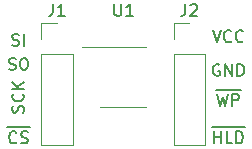
<source format=gto>
%TF.GenerationSoftware,KiCad,Pcbnew,5.1.7+dfsg1-1*%
%TF.CreationDate,2020-10-30T20:21:54-04:00*%
%TF.ProjectId,fpga-game,66706761-2d67-4616-9d65-2e6b69636164,rev?*%
%TF.SameCoordinates,Original*%
%TF.FileFunction,Legend,Top*%
%TF.FilePolarity,Positive*%
%FSLAX46Y46*%
G04 Gerber Fmt 4.6, Leading zero omitted, Abs format (unit mm)*
G04 Created by KiCad (PCBNEW 5.1.7+dfsg1-1) date 2020-10-30 20:21:54*
%MOMM*%
%LPD*%
G01*
G04 APERTURE LIST*
%ADD10C,0.150000*%
%ADD11C,0.120000*%
G04 APERTURE END LIST*
D10*
X150788809Y-103860000D02*
X151788809Y-103860000D01*
X151598333Y-105132142D02*
X151550714Y-105179761D01*
X151407857Y-105227380D01*
X151312619Y-105227380D01*
X151169761Y-105179761D01*
X151074523Y-105084523D01*
X151026904Y-104989285D01*
X150979285Y-104798809D01*
X150979285Y-104655952D01*
X151026904Y-104465476D01*
X151074523Y-104370238D01*
X151169761Y-104275000D01*
X151312619Y-104227380D01*
X151407857Y-104227380D01*
X151550714Y-104275000D01*
X151598333Y-104322619D01*
X151788809Y-103860000D02*
X152741190Y-103860000D01*
X151979285Y-105179761D02*
X152122142Y-105227380D01*
X152360238Y-105227380D01*
X152455476Y-105179761D01*
X152503095Y-105132142D01*
X152550714Y-105036904D01*
X152550714Y-104941666D01*
X152503095Y-104846428D01*
X152455476Y-104798809D01*
X152360238Y-104751190D01*
X152169761Y-104703571D01*
X152074523Y-104655952D01*
X152026904Y-104608333D01*
X151979285Y-104513095D01*
X151979285Y-104417857D01*
X152026904Y-104322619D01*
X152074523Y-104275000D01*
X152169761Y-104227380D01*
X152407857Y-104227380D01*
X152550714Y-104275000D01*
X152169761Y-102631714D02*
X152217380Y-102488857D01*
X152217380Y-102250761D01*
X152169761Y-102155523D01*
X152122142Y-102107904D01*
X152026904Y-102060285D01*
X151931666Y-102060285D01*
X151836428Y-102107904D01*
X151788809Y-102155523D01*
X151741190Y-102250761D01*
X151693571Y-102441238D01*
X151645952Y-102536476D01*
X151598333Y-102584095D01*
X151503095Y-102631714D01*
X151407857Y-102631714D01*
X151312619Y-102584095D01*
X151265000Y-102536476D01*
X151217380Y-102441238D01*
X151217380Y-102203142D01*
X151265000Y-102060285D01*
X152122142Y-101060285D02*
X152169761Y-101107904D01*
X152217380Y-101250761D01*
X152217380Y-101346000D01*
X152169761Y-101488857D01*
X152074523Y-101584095D01*
X151979285Y-101631714D01*
X151788809Y-101679333D01*
X151645952Y-101679333D01*
X151455476Y-101631714D01*
X151360238Y-101584095D01*
X151265000Y-101488857D01*
X151217380Y-101346000D01*
X151217380Y-101250761D01*
X151265000Y-101107904D01*
X151312619Y-101060285D01*
X152217380Y-100631714D02*
X151217380Y-100631714D01*
X152217380Y-100060285D02*
X151645952Y-100488857D01*
X151217380Y-100060285D02*
X151788809Y-100631714D01*
X150955476Y-98956761D02*
X151098333Y-99004380D01*
X151336428Y-99004380D01*
X151431666Y-98956761D01*
X151479285Y-98909142D01*
X151526904Y-98813904D01*
X151526904Y-98718666D01*
X151479285Y-98623428D01*
X151431666Y-98575809D01*
X151336428Y-98528190D01*
X151145952Y-98480571D01*
X151050714Y-98432952D01*
X151003095Y-98385333D01*
X150955476Y-98290095D01*
X150955476Y-98194857D01*
X151003095Y-98099619D01*
X151050714Y-98052000D01*
X151145952Y-98004380D01*
X151384047Y-98004380D01*
X151526904Y-98052000D01*
X152145952Y-98004380D02*
X152336428Y-98004380D01*
X152431666Y-98052000D01*
X152526904Y-98147238D01*
X152574523Y-98337714D01*
X152574523Y-98671047D01*
X152526904Y-98861523D01*
X152431666Y-98956761D01*
X152336428Y-99004380D01*
X152145952Y-99004380D01*
X152050714Y-98956761D01*
X151955476Y-98861523D01*
X151907857Y-98671047D01*
X151907857Y-98337714D01*
X151955476Y-98147238D01*
X152050714Y-98052000D01*
X152145952Y-98004380D01*
X151241190Y-96924761D02*
X151384047Y-96972380D01*
X151622142Y-96972380D01*
X151717380Y-96924761D01*
X151765000Y-96877142D01*
X151812619Y-96781904D01*
X151812619Y-96686666D01*
X151765000Y-96591428D01*
X151717380Y-96543809D01*
X151622142Y-96496190D01*
X151431666Y-96448571D01*
X151336428Y-96400952D01*
X151288809Y-96353333D01*
X151241190Y-96258095D01*
X151241190Y-96162857D01*
X151288809Y-96067619D01*
X151336428Y-96020000D01*
X151431666Y-95972380D01*
X151669761Y-95972380D01*
X151812619Y-96020000D01*
X152241190Y-96972380D02*
X152241190Y-95972380D01*
X168211666Y-95667580D02*
X168545000Y-96667580D01*
X168878333Y-95667580D01*
X169783095Y-96572342D02*
X169735476Y-96619961D01*
X169592619Y-96667580D01*
X169497380Y-96667580D01*
X169354523Y-96619961D01*
X169259285Y-96524723D01*
X169211666Y-96429485D01*
X169164047Y-96239009D01*
X169164047Y-96096152D01*
X169211666Y-95905676D01*
X169259285Y-95810438D01*
X169354523Y-95715200D01*
X169497380Y-95667580D01*
X169592619Y-95667580D01*
X169735476Y-95715200D01*
X169783095Y-95762819D01*
X170783095Y-96572342D02*
X170735476Y-96619961D01*
X170592619Y-96667580D01*
X170497380Y-96667580D01*
X170354523Y-96619961D01*
X170259285Y-96524723D01*
X170211666Y-96429485D01*
X170164047Y-96239009D01*
X170164047Y-96096152D01*
X170211666Y-95905676D01*
X170259285Y-95810438D01*
X170354523Y-95715200D01*
X170497380Y-95667580D01*
X170592619Y-95667580D01*
X170735476Y-95715200D01*
X170783095Y-95762819D01*
X168116428Y-103860000D02*
X169164047Y-103860000D01*
X168354523Y-105227380D02*
X168354523Y-104227380D01*
X168354523Y-104703571D02*
X168925952Y-104703571D01*
X168925952Y-105227380D02*
X168925952Y-104227380D01*
X169164047Y-103860000D02*
X169973571Y-103860000D01*
X169878333Y-105227380D02*
X169402142Y-105227380D01*
X169402142Y-104227380D01*
X169973571Y-103860000D02*
X170973571Y-103860000D01*
X170211666Y-105227380D02*
X170211666Y-104227380D01*
X170449761Y-104227380D01*
X170592619Y-104275000D01*
X170687857Y-104370238D01*
X170735476Y-104465476D01*
X170783095Y-104655952D01*
X170783095Y-104798809D01*
X170735476Y-104989285D01*
X170687857Y-105084523D01*
X170592619Y-105179761D01*
X170449761Y-105227380D01*
X170211666Y-105227380D01*
X168473571Y-100685000D02*
X169616428Y-100685000D01*
X168616428Y-101052380D02*
X168854523Y-102052380D01*
X169045000Y-101338095D01*
X169235476Y-102052380D01*
X169473571Y-101052380D01*
X169616428Y-100685000D02*
X170616428Y-100685000D01*
X169854523Y-102052380D02*
X169854523Y-101052380D01*
X170235476Y-101052380D01*
X170330714Y-101100000D01*
X170378333Y-101147619D01*
X170425952Y-101242857D01*
X170425952Y-101385714D01*
X170378333Y-101480952D01*
X170330714Y-101528571D01*
X170235476Y-101576190D01*
X169854523Y-101576190D01*
X168783095Y-98560000D02*
X168687857Y-98512380D01*
X168545000Y-98512380D01*
X168402142Y-98560000D01*
X168306904Y-98655238D01*
X168259285Y-98750476D01*
X168211666Y-98940952D01*
X168211666Y-99083809D01*
X168259285Y-99274285D01*
X168306904Y-99369523D01*
X168402142Y-99464761D01*
X168545000Y-99512380D01*
X168640238Y-99512380D01*
X168783095Y-99464761D01*
X168830714Y-99417142D01*
X168830714Y-99083809D01*
X168640238Y-99083809D01*
X169259285Y-99512380D02*
X169259285Y-98512380D01*
X169830714Y-99512380D01*
X169830714Y-98512380D01*
X170306904Y-99512380D02*
X170306904Y-98512380D01*
X170545000Y-98512380D01*
X170687857Y-98560000D01*
X170783095Y-98655238D01*
X170830714Y-98750476D01*
X170878333Y-98940952D01*
X170878333Y-99083809D01*
X170830714Y-99274285D01*
X170783095Y-99369523D01*
X170687857Y-99464761D01*
X170545000Y-99512380D01*
X170306904Y-99512380D01*
D11*
%TO.C,J1*%
X153697000Y-105350000D02*
X156357000Y-105350000D01*
X153697000Y-97670000D02*
X153697000Y-105350000D01*
X156357000Y-97670000D02*
X156357000Y-105350000D01*
X153697000Y-97670000D02*
X156357000Y-97670000D01*
X153697000Y-96400000D02*
X153697000Y-95070000D01*
X153697000Y-95070000D02*
X155027000Y-95070000D01*
%TO.C,J2*%
X164897000Y-95070000D02*
X166227000Y-95070000D01*
X164897000Y-96400000D02*
X164897000Y-95070000D01*
X164897000Y-97670000D02*
X167557000Y-97670000D01*
X167557000Y-97670000D02*
X167557000Y-105350000D01*
X164897000Y-97670000D02*
X164897000Y-105350000D01*
X164897000Y-105350000D02*
X167557000Y-105350000D01*
%TO.C,U1*%
X160627000Y-102160000D02*
X162577000Y-102160000D01*
X160627000Y-102160000D02*
X158677000Y-102160000D01*
X160627000Y-97040000D02*
X162577000Y-97040000D01*
X160627000Y-97040000D02*
X157177000Y-97040000D01*
%TD*%
%TO.C,J1*%
D10*
X154693666Y-93432380D02*
X154693666Y-94146666D01*
X154646047Y-94289523D01*
X154550809Y-94384761D01*
X154407952Y-94432380D01*
X154312714Y-94432380D01*
X155693666Y-94432380D02*
X155122238Y-94432380D01*
X155407952Y-94432380D02*
X155407952Y-93432380D01*
X155312714Y-93575238D01*
X155217476Y-93670476D01*
X155122238Y-93718095D01*
%TO.C,J2*%
X165893666Y-93432380D02*
X165893666Y-94146666D01*
X165846047Y-94289523D01*
X165750809Y-94384761D01*
X165607952Y-94432380D01*
X165512714Y-94432380D01*
X166322238Y-93527619D02*
X166369857Y-93480000D01*
X166465095Y-93432380D01*
X166703190Y-93432380D01*
X166798428Y-93480000D01*
X166846047Y-93527619D01*
X166893666Y-93622857D01*
X166893666Y-93718095D01*
X166846047Y-93860952D01*
X166274619Y-94432380D01*
X166893666Y-94432380D01*
%TO.C,U1*%
X159893095Y-93432380D02*
X159893095Y-94241904D01*
X159940714Y-94337142D01*
X159988333Y-94384761D01*
X160083571Y-94432380D01*
X160274047Y-94432380D01*
X160369285Y-94384761D01*
X160416904Y-94337142D01*
X160464523Y-94241904D01*
X160464523Y-93432380D01*
X161464523Y-94432380D02*
X160893095Y-94432380D01*
X161178809Y-94432380D02*
X161178809Y-93432380D01*
X161083571Y-93575238D01*
X160988333Y-93670476D01*
X160893095Y-93718095D01*
%TD*%
M02*

</source>
